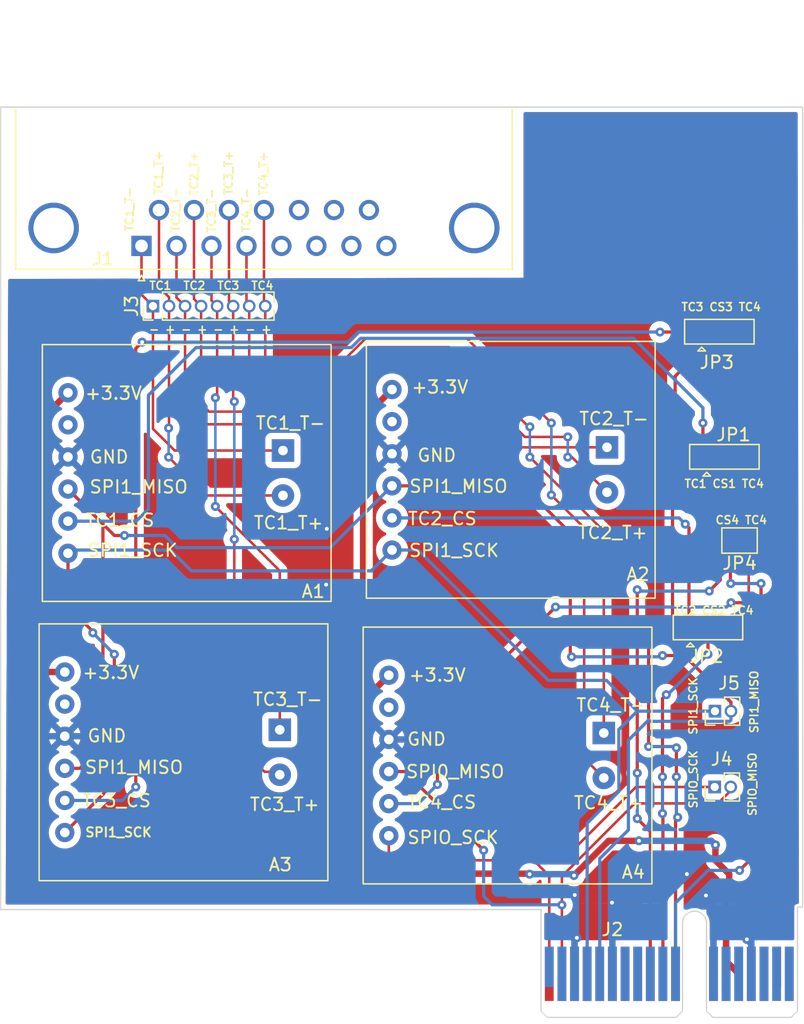
<source format=kicad_pcb>
(kicad_pcb (version 20221018) (generator pcbnew)
  (layers (0 "F.Cu" signal) (31 "B.Cu" signal) (34 "B.Paste" user) (35 "F.Paste" user) (36 "B.SilkS" user "B.Silkscreen") (37 "F.SilkS" user "F.Silkscreen") (38 "B.Mask" user) (39 "F.Mask" user) (44 "Edge.Cuts" user))
  (net 0 "")
  (net 1 "GND")
  (net 2 "/TC1_T-")
  (net 3 "/TC1_T+")
  (net 4 "+3.3V")
  (net 5 "/SPI1_SCK")
  (net 6 "/TC1_CS")
  (net 7 "/SPI1_MISO")
  (net 9 "/TC2_T-")
  (net 10 "/TC2_T+")
  (net 11 "/TC2_CS")
  (net 13 "/TC3_T-")
  (net 14 "/TC3_T+")
  (net 15 "/TC3_CS")
  (net 17 "/TC4_T-")
  (net 18 "/TC4_T+")
  (net 19 "/SPI0_SCK")
  (net 20 "/TC4_CS")
  (net 21 "/SPI0_MISO")
  (net 30 "/CS1")
  (net 31 "/CS2")
  (net 32 "/CS3")
  (net 33 "/CS4")
  (footprint "Connector_PCBEdge:BUS_PCIexpress_x1" (layer "F.Cu") (at 145.034 106.68)
    (fp_text reference "J2")
    (fp_text value "PCIE-LP-01-01-F-DV-A-TR")
    (fp_line (start -0.65 -4.95) (end -0.65 2.95) (stroke (width 0.1)) (layer "Edge.Cuts"))
    (fp_line (start -0.65 2.95) (end -0.15 3.45) (stroke (width 0.1)) (layer "Edge.Cuts"))
    (fp_line (start -0.15 3.45) (end 10.05 3.45) (stroke (width 0.1)) (layer "Edge.Cuts"))
    (fp_line (start 10.55 -4) (end 10.55 2.95) (stroke (width 0.1)) (layer "Edge.Cuts"))
    (fp_line (start 10.55 2.95) (end 10.05 3.45) (stroke (width 0.1)) (layer "Edge.Cuts"))
    (fp_line (start 12.45 -4) (end 12.45 2.95) (stroke (width 0.1)) (layer "Edge.Cuts"))
    (fp_line (start 12.45 2.95) (end 12.95 3.45) (stroke (width 0.1)) (layer "Edge.Cuts"))
    (fp_line (start 12.95 3.45) (end 19.15 3.45) (stroke (width 0.1)) (layer "Edge.Cuts"))
    (fp_line (start 19.65 -4.95) (end 19.65 2.95) (stroke (width 0.1)) (layer "Edge.Cuts"))
    (fp_line (start 19.65 2.95) (end 19.15 3.45) (stroke (width 0.1)) (layer "Edge.Cuts"))
    (fp_arc (start 10.55 -4) (mid 11.5 -4.95) (end 12.45 -4) (stroke (width 0.1)) (layer "Edge.Cuts"))
  )
  (footprint "Jumper:SolderJumper-3_P2.0mm_Open_TrianglePad1.0x1.5mm" (layer "F.Cu") (at 157.6 79.3)
    (fp_text reference "JP2")
    (fp_text value "SolderJumper_3_Open")
  )
  (footprint "DSUB_622-015-260-042:DSUB_622-015-260-042" (layer "F.Cu") (at 112.753 49.086331 180)
    (fp_text reference "J1")
    (fp_text value "DB15_Female")
  )
  (footprint "Jumper:SolderJumper-3_P2.0mm_Open_TrianglePad1.0x1.5mm" (layer "F.Cu") (at 158.9 65.8)
    (fp_text reference "JP1")
    (fp_text value "SolderJumper_3_Open")
  )
  (footprint "Jumper:SolderJumper-3_P2.0mm_Open_TrianglePad1.0x1.5mm" (layer "F.Cu") (at 158.5 55.9)
    (fp_text reference "JP3")
    (fp_text value "SolderJumper_3_Open")
  )
  (footprint "Jumper:SolderJumper-2_P1.3mm_Open_TrianglePad1.0x1.5mm" (layer "F.Cu") (at 160.1 72.4 180)
    (fp_text reference "JP4")
    (fp_text value "SolderJumper_2_Open")
  )
  (footprint "MAX31855_Breakout:MAX31855_Breakout" (layer "F.Cu") (at 141.986 66.802 -90)
    (fp_text reference "A2")
    (fp_text value "MAX31855_Breakout")
  )
  (footprint "Connector_PinHeader_1.27mm:PinHeader_1x08_P1.27mm_Vertical" (layer "F.Cu") (at 113.66 53.848 90)
    (fp_text reference "J3")
    (fp_text value "Conn_01x08_Male")
  )
  (footprint "Connector_PinHeader_1.27mm:PinHeader_1x02_P1.27mm_Vertical" (layer "F.Cu") (at 158.13 91.9 90)
    (fp_text reference "J4")
    (fp_text value "Conn_01x02_Male")
  )
  (footprint "MAX31855_Breakout:MAX31855_Breakout" (layer "F.Cu") (at 116.332 67.056 -90)
    (fp_text reference "A1")
    (fp_text value "MAX31855_Breakout")
  )
  (footprint "MAX31855_Breakout:MAX31855_Breakout" (layer "F.Cu") (at 116.078 89.154 -90)
    (fp_text reference "A3")
    (fp_text value "MAX31855_Breakout")
  )
  (footprint "Connector_PinHeader_1.27mm:PinHeader_1x02_P1.27mm_Vertical" (layer "F.Cu") (at 158.15 85.9 90)
    (fp_text reference "J5")
    (fp_text value "Conn_01x02_Male")
  )
  (footprint "MAX31855_Breakout:MAX31855_Breakout" (layer "F.Cu") (at 141.732 89.408 -90)
    (fp_text reference "A4")
    (fp_text value "MAX31855_Breakout")
  )
  (gr_line (start 101.6 38.1) (end 101.6 101.6) (stroke (width 0.1)) (layer "Edge.Cuts"))
  (gr_line (start 101.6 101.6) (end 144.4 101.6) (stroke (width 0.1)) (layer "Edge.Cuts"))
  (gr_line (start 165.1 101.4) (end 165.1 38.1) (stroke (width 0.1)) (layer "Edge.Cuts"))
  (gr_line (start 164.69 101.41) (end 165.1 101.4) (stroke (width 0.1)) (layer "Edge.Cuts"))
  (gr_line (start 165.1 38.1) (end 101.6 38.1) (stroke (width 0.1)) (layer "Edge.Cuts"))
  (gr_line (start 144.4 101.6) (end 144.384 101.73) (stroke (width 0.1)) (layer "Edge.Cuts"))
  (gr_line (start 164.684 101.73) (end 164.69 101.41) (stroke (width 0.1)) (layer "Edge.Cuts"))
  (gr_text "GND" (at 133.7 88.7) (layer "F.SilkS") (effects (font (size 1 1)) (justify left bottom)))
  (gr_text "TC3_T+" (at 120.02 45.13 90) (layer "F.SilkS") (effects (font (size 0.635 0.635) (thickness 0.127) bold) (justify left bottom)))
  (gr_text "TC1_T-\n" (at 121.71 63.69) (layer "F.SilkS") (effects (font (size 1 1)) (justify left bottom)))
  (gr_text "TC2_T-" (at 147.32 63.34) (layer "F.SilkS") (effects (font (size 1 1)) (justify left bottom)))
  (gr_text "SPI1_MISO" (at 161.63 87.71 90) (layer "F.SilkS") (effects (font (size 0.635 0.635) (thickness 0.127) bold) (justify left bottom)))
  (gr_text "TC2 CS2 TC4" (at 154.85 78.3) (layer "F.SilkS") (effects (font (size 0.635 0.635) (thickness 0.127) bold) (justify left bottom)))
  (gr_text "TC3_T-" (at 121.49 85.55) (layer "F.SilkS") (effects (font (size 1 1)) (justify left bottom)))
  (gr_text "TC1_T+" (at 121.56 71.58) (layer "F.SilkS") (effects (font (size 1 1)) (justify left bottom)))
  (gr_text "TC4_CS" (at 133.72 93.69) (layer "F.SilkS") (effects (font (size 1 1)) (justify left bottom)))
  (gr_text "TC2_CS" (at 133.76 71.25) (layer "F.SilkS") (effects (font (size 1 1)) (justify left bottom)))
  (gr_text "SPIO_MISO" (at 161.49 94.26 90) (layer "F.SilkS") (effects (font (size 0.635 0.635) (thickness 0.127) bold) (justify left bottom)))
  (gr_text "TC1_CS" (at 108.24 71.38) (layer "F.SilkS") (effects (font (size 1 1)) (justify left bottom)))
  (gr_text "+3.3V" (at 134.04 60.84) (layer "F.SilkS") (effects (font (size 1 1)) (justify left bottom)))
  (gr_text "SPI0_MISO\n" (at 133.61 91.27) (layer "F.SilkS") (effects (font (size 1 1)) (justify left bottom)))
  (gr_text "TC3_T+\n" (at 121.25 93.86) (layer "F.SilkS") (effects (font (size 1 1)) (justify left bottom)))
  (gr_text "TC1_T-\n" (at 112.17 48.01 90) (layer "F.SilkS") (effects (font (size 0.635 0.635) (thickness 0.127) bold) (justify left bottom)))
  (gr_text "TC4_T+" (at 146.9 93.74) (layer "F.SilkS") (effects (font (size 1 1)) (justify left bottom)))
  (gr_text "GND" (at 134.51 66.24) (layer "F.SilkS") (effects (font (size 1 1)) (justify left bottom)))
  (gr_text "TC3_T-" (at 118.67 48.11 90) (layer "F.SilkS") (effects (font (size 0.635 0.635) (thickness 0.127) bold) (justify left bottom)))
  (gr_text "- + - + - + - +" (at 113.275 56.125) (layer "F.SilkS") (effects (font (size 0.762 0.635) (thickness 0.127) bold) (justify left bottom)))
  (gr_text "TC1_T+" (at 114.48 45.11 90) (layer "F.SilkS") (effects (font (size 0.635 0.635) (thickness 0.127) bold) (justify left bottom)))
  (gr_text "SPI1_MISO" (at 108.55 68.74) (layer "F.SilkS") (effects (font (size 1 1)) (justify left bottom)))
  (gr_text "TC4_T-\n" (at 147.09 86) (layer "F.SilkS") (effects (font (size 1 1)) (justify left bottom)))
  (gr_text "TC3_CS" (at 107.96 93.57) (layer "F.SilkS") (effects (font (size 1 1)) (justify left bottom)))
  (gr_text "SPIO_SCK" (at 133.72 96.48) (layer "F.SilkS") (effects (font (size 1 1)) (justify left bottom)))
  (gr_text "+3.3V" (at 108.2 61.33) (layer "F.SilkS") (effects (font (size 1 1)) (justify left bottom)))
  (gr_text "+3.3V" (at 133.84 83.63) (layer "F.SilkS") (effects (font (size 1 1)) (justify left bottom)))
  (gr_text "TC3 CS3 TC4" (at 155.43 54.29) (layer "F.SilkS") (effects (font (size 0.635 0.635) (thickness 0.127) bold) (justify left bottom)))
  (gr_text "TC1  TC2  TC3  TC4" (at 113.3 52.6) (layer "F.SilkS") (effects (font (size 0.635 0.635) (thickness 0.127) bold) (justify left bottom)))
  (gr_text "CS4 TC4" (at 158.125 71.15) (layer "F.SilkS") (effects (font (size 0.635 0.635) (thickness 0.127) bold) (justify left bottom)))
  (gr_text "SPI1_SCK" (at 108.4 73.76) (layer "F.SilkS") (effects (font (size 1 1)) (justify left bottom)))
  (gr_text "TC4_T+" (at 122.77 45.19 90) (layer "F.SilkS") (effects (font (size 0.635 0.635) (thickness 0.127) bold) (justify left bottom)))
  (gr_text "TC2_T-" (at 115.84 48.06 90) (layer "F.SilkS") (effects (font (size 0.635 0.635) (thickness 0.127) bold) (justify left bottom)))
  (gr_text "TC4_T-" (at 121.42 48.08 90) (layer "F.SilkS") (effects (font (size 0.635 0.635) (thickness 0.127) bold) (justify left bottom)))
  (gr_text "SPIO_SCK\n" (at 156.81 93.66 90) (layer "F.SilkS") (effects (font (size 0.635 0.635) (thickness 0.127) bold) (justify left bottom)))
  (gr_text "SPI1_MISO" (at 108.18 90.93) (layer "F.SilkS") (effects (font (size 1 1)) (justify left bottom)))
  (gr_text "GND" (at 108.57 66.37) (layer "F.SilkS") (effects (font (size 1 1)) (justify left bottom)))
  (gr_text "TC2_T+" (at 117.28 45.18 90) (layer "F.SilkS") (effects (font (size 0.635 0.635) (thickness 0.127) bold) (justify left bottom)))
  (gr_text "SPI1_SCK" (at 156.8 87.83 90) (layer "F.SilkS") (effects (font (size 0.635 0.635) (thickness 0.127) bold) (justify left bottom)))
  (gr_text "GND" (at 108.39 88.44) (layer "F.SilkS") (effects (font (size 1 1)) (justify left bottom)))
  (gr_text "SPI1_SCK\n" (at 133.85 73.77) (layer "F.SilkS") (effects (font (size 1 1)) (justify left bottom)))
  (gr_text "+3.3V" (at 107.99 83.43) (layer "F.SilkS") (effects (font (size 1 1)) (justify left bottom)))
  (gr_text "TC2_T+" (at 147.22 72.35) (layer "F.SilkS") (effects (font (size 1 1)) (justify left bottom)))
  (gr_text "SPI1_MISO\n" (at 133.87 68.69) (layer "F.SilkS") (effects (font (size 1 1)) (justify left bottom)))
  (gr_text "SPI1_SCK" (at 108.22 95.92) (layer "F.SilkS") (effects (font (size 0.7366 0.7366) (thickness 0.14986) bold) (justify left bottom)))
  (gr_text "TC1 CS1 TC4" (at 155.675 68.275) (layer "F.SilkS") (effects (font (size 0.635 0.635) (thickness 0.127) bold) (justify left bottom)))
  (segment (start 147.034 106.68) (end 147.034 104.022) (width 0.508) (layer "F.Cu") (net 1))
  (segment (start 150.003 101.053) (end 151.12 99.936) (width 0.508) (layer "F.Cu") (net 1))
  (segment (start 157.44 100.49) (end 157.44 100.3) (width 0.508) (layer "F.Cu") (net 1))
  (segment (start 161.034 106.68) (end 161.034 104.3164) (width 0.508) (layer "F.Cu") (net 1))
  (segment (start 147.218 100.618) (end 147.05 100.45) (width 0.508) (layer "F.Cu") (net 1))
  (segment (start 161.034 104.3164) (end 160.6788 103.9612) (width 0.508) (layer "F.Cu") (net 1))
  (segment (start 158.034 101.084) (end 157.44 100.49) (width 0.508) (layer "F.Cu") (net 1))
  (segment (start 127.42 75.84) (end 127.37 75.89) (width 0.508) (layer "F.Cu") (net 1))
  (segment (start 127.42 71.47) (end 127.42 75.84) (width 0.508) (layer "F.Cu") (net 1))
  (segment (start 147.218 103.838) (end 147.218 100.618) (width 0.508) (layer "F.Cu") (net 1))
  (segment (start 157.44 100.3) (end 155.93 98.79) (width 0.508) (layer "F.Cu") (net 1))
  (segment (start 147.034 104.022) (end 147.218 103.838) (width 0.508) (layer "F.Cu") (net 1))
  (segment (start 158.034 106.68) (end 158.034 101.084) (width 0.508) (layer "F.Cu") (net 1))
  (segment (start 147.218 103.838) (end 150.003 101.053) (width 0.508) (layer "F.Cu") (net 1))
  (via (at 127.42 71.47) (size 0.7112) (drill 0.3048) (layers "F.Cu" "B.Cu") (net 1))
  (via (at 157.44 100.49) (size 0.7112) (drill 0.3048) (layers "F.Cu" "B.Cu") (net 1))
  (via (at 155.93 98.79) (size 0.7112) (drill 0.3048) (layers "F.Cu" "B.Cu") (net 1))
  (via (at 160.6788 103.9612) (size 0.7112) (drill 0.3048) (layers "F.Cu" "B.Cu") (net 1))
  (via (at 147.218 103.838) (size 0.7112) (drill 0.3048) (layers "F.Cu" "B.Cu") (net 1))
  (via (at 127.37 75.89) (size 0.7112) (drill 0.3048) (layers "F.Cu" "B.Cu") (net 1))
  (via (at 150.003 101.053) (size 0.7112) (drill 0.3048) (layers "F.Cu" "B.Cu") (net 1))
  (via (at 147.05 100.45) (size 0.7112) (drill 0.3048) (layers "F.Cu" "B.Cu") (net 1))
  (segment (start 150.034 101.084) (end 150.003 101.053) (width 0.508) (layer "B.Cu") (net 1))
  (segment (start 128.085 83.89) (end 132.333 88.138) (width 0.508) (layer "B.Cu") (net 1))
  (segment (start 134.298 88.138) (end 132.333 88.138) (width 0.508) (layer "B.Cu") (net 1))
  (segment (start 147.034 104.022) (end 147.218 103.838) (width 0.508) (layer "B.Cu") (net 1))
  (segment (start 118.62 83.89) (end 127.68 83.89) (width 0.508) (layer "B.Cu") (net 1))
  (segment (start 152.266 98.79) (end 150.003 101.053) (width 0.508) (layer "B.Cu") (net 1))
  (segment (start 161.034 104.3164) (end 160.6788 103.9612) (width 0.508) (layer "B.Cu") (net 1))
  (segment (start 141.85 100.45) (end 141.36 99.96) (width 0.508) (layer "B.Cu") (net 1))
  (segment (start 127.42 70.699) (end 127.42 71.47) (width 0.508) (layer "B.Cu") (net 1))
  (segment (start 158.034 101.084) (end 157.44 100.49) (width 0.508) (layer "B.Cu") (net 1))
  (segment (start 147.05 100.45) (end 141.85 100.45) (width 0.508) (layer "B.Cu") (net 1))
  (segment (start 106.933 65.786) (end 103.91 68.809) (width 0.508) (layer "B.Cu") (net 1))
  (segment (start 158.034 101.3164) (end 158.034 101.084) (width 0.508) (layer "B.Cu") (net 1))
  (segment (start 127.68 83.89) (end 128.085 83.89) (width 0.508) (layer "B.Cu") (net 1))
  (segment (start 158.034 106.68) (end 158.034 101.084) (width 0.508) (layer "B.Cu") (net 1))
  (segment (start 160.6788 103.9612) (end 158.034 101.3164) (width 0.508) (layer "B.Cu") (net 1))
  (segment (start 161.034 106.68) (end 161.034 104.3164) (width 0.508) (layer "B.Cu") (net 1))
  (segment (start 141.36 95.2) (end 134.298 88.138) (width 0.508) (layer "B.Cu") (net 1))
  (segment (start 127.37 83.58) (end 127.68 83.89) (width 0.508) (layer "B.Cu") (net 1))
  (segment (start 106.679 87.884) (end 114.626 87.884) (width 0.508) (layer "B.Cu") (net 1))
  (segment (start 127.37 75.89) (end 127.37 83.58) (width 0.508) (layer "B.Cu") (net 1))
  (segment (start 103.91 87.11) (end 104.684 87.884) (width 0.508) (layer "B.Cu") (net 1))
  (segment (start 141.36 99.96) (end 141.36 95.2) (width 0.508) (layer "B.Cu") (net 1))
  (segment (start 103.91 68.809) (end 103.91 87.11) (width 0.508) (layer "B.Cu") (net 1))
  (segment (start 104.684 87.884) (end 106.679 87.884) (width 0.508) (layer "B.Cu") (net 1))
  (segment (start 132.587 65.532) (end 127.42 70.699) (width 0.508) (layer "B.Cu") (net 1))
  (segment (start 155.93 98.79) (end 152.266 98.79) (width 0.508) (layer "B.Cu") (net 1))
  (segment (start 114.626 87.884) (end 118.62 83.89) (width 0.508) (layer "B.Cu") (net 1))
  (segment (start 147.034 106.68) (end 147.034 104.022) (width 0.508) (layer "B.Cu") (net 1))
  (segment (start 150.034 106.68) (end 150.034 101.084) (width 0.508) (layer "B.Cu") (net 1))
  (segment (start 113.66 53.848) (end 113.66 63.56) (width 0.2) (layer "F.Cu") (net 2))
  (segment (start 115.37746 65.27746) (end 123.95326 65.27746) (width 0.2) (layer "F.Cu") (net 2))
  (segment (start 112.753 49.086331) (end 112.753 52.941) (width 0.2) (layer "F.Cu") (net 2))
  (segment (start 113.66 63.56) (end 115.37746 65.27746) (width 0.2) (layer "F.Cu") (net 2))
  (segment (start 112.753 52.941) (end 113.66 53.848) (width 0.2) (layer "F.Cu") (net 2))
  (segment (start 114.93 53.848) (end 114.93 63.47) (width 0.2) (layer "F.Cu") (net 3))
  (segment (start 114.138 52.348894) (end 114.93 53.140894) (width 0.2) (layer "F.Cu") (net 3))
  (segment (start 117.93346 68.83346) (end 123.95326 68.83346) (width 0.2) (layer "F.Cu") (net 3))
  (segment (start 114.9 65.8) (end 117.93346 68.83346) (width 0.2) (layer "F.Cu") (net 3))
  (segment (start 114.93 63.47) (end 114.9 63.5) (width 0.2) (layer "F.Cu") (net 3))
  (segment (start 114.138 46.246331) (end 114.138 52.348894) (width 0.2) (layer "F.Cu") (net 3))
  (segment (start 114.93 53.140894) (end 114.93 53.848) (width 0.2) (layer "F.Cu") (net 3))
  (via (at 114.9 63.5) (size 0.7112) (drill 0.3048) (layers "F.Cu" "B.Cu") (net 3))
  (via (at 114.9 65.8) (size 0.7112) (drill 0.3048) (layers "F.Cu" "B.Cu") (net 3))
  (segment (start 114.9 63.5) (end 114.9 65.8) (width 0.2) (layer "B.Cu") (net 3))
  (segment (start 104.3 82.1) (end 105.004 82.804) (width 0.508) (layer "F.Cu") (net 4))
  (segment (start 130.3 98.76) (end 143.44 98.76) (width 0.508) (layer "F.Cu") (net 4))
  (segment (start 130.3 98.76) (end 130.3 85.091) (width 0.508) (layer "F.Cu") (net 4))
  (segment (start 158.19 97.703552) (end 159.288224 98.801776) (width 0.508) (layer "F.Cu") (net 4))
  (segment (start 104.3 98.9) (end 105 99.6) (width 0.508) (layer "F.Cu") (net 4))
  (segment (start 146.99366 98.90366) (end 149.73732 96.16) (width 0.508) (layer "F.Cu") (net 4))
  (segment (start 132.587 60.452) (end 130.3 62.739) (width 0.508) (layer "F.Cu") (net 4))
  (segment (start 159.034 106.68) (end 159.034 102.65) (width 0.508) (layer "F.Cu") (net 4))
  (segment (start 159.28 100.78) (end 159.28 98.81) (width 0.508) (layer "F.Cu") (net 4))
  (segment (start 159.034 102.65) (end 159.034 101.026) (width 0.508) (layer "F.Cu") (net 4))
  (segment (start 106.933 60.706) (end 104.3 63.339) (width 0.508) (layer "F.Cu") (net 4))
  (segment (start 105 99.6) (end 129.8 99.6) (width 0.508) (layer "F.Cu") (net 4))
  (segment (start 149.73732 96.16) (end 152.14 96.16) (width 0.508) (layer "F.Cu") (net 4))
  (segment (start 159.034 105.68) (end 159.034 102.65) (width 0.508) (layer "F.Cu") (net 4))
  (segment (start 158.19 96.48) (end 158.19 97.703552) (width 0.508) (layer "F.Cu") (net 4))
  (segment (start 104.3 82.1) (end 104.3 98.9) (width 0.508) (layer "F.Cu") (net 4))
  (segment (start 160.034 106.68) (end 159.034 105.68) (width 0.508) (layer "F.Cu") (net 4))
  (segment (start 130.3 99.1) (end 130.3 98.76) (width 0.508) (layer "F.Cu") (net 4))
  (segment (start 130.3 85.091) (end 132.333 83.058) (width 0.508) (layer "F.Cu") (net 4))
  (segment (start 143.44 98.76) (end 143.48 98.8) (width 0.508) (layer "F.Cu") (net 4))
  (segment (start 105.004 82.804) (end 106.679 82.804) (width 0.508) (layer "F.Cu") (net 4))
  (segment (start 104.3 63.339) (end 104.3 82.1) (width 0.508) (layer "F.Cu") (net 4))
  (segment (start 159.034 101.026) (end 159.28 100.78) (width 0.508) (layer "F.Cu") (net 4))
  (segment (start 129.8 99.6) (end 130.3 99.1) (width 0.508) (layer "F.Cu") (net 4))
  (segment (start 130.3 62.739) (end 130.3 85.091) (width 0.508) (layer "F.Cu") (net 4))
  (segment (start 159.28 98.81) (end 159.288224 98.801776) (width 0.508) (layer "F.Cu") (net 4))
  (via (at 143.48 98.8) (size 0.7112) (drill 0.3048) (layers "F.Cu" "B.Cu") (net 4))
  (via (at 158.19 96.48) (size 0.7112) (drill 0.3048) (layers "F.Cu" "B.Cu") (net 4))
  (via (at 152.14 96.16) (size 0.7112) (drill 0.3048) (layers "F.Cu" "B.Cu") (net 4))
  (via (at 146.99366 98.90366) (size 0.7112) (drill 0.3048) (layers "F.Cu" "B.Cu") (net 4))
  (segment (start 143.48 98.8) (end 146.89 98.8) (width 0.508) (layer "B.Cu") (net 4))
  (segment (start 146.89 98.8) (end 146.99366 98.90366) (width 0.508) (layer "B.Cu") (net 4))
  (segment (start 157.87 96.16) (end 158.19 96.48) (width 0.508) (layer "B.Cu") (net 4))
  (segment (start 152.14 96.16) (end 157.87 96.16) (width 0.508) (layer "B.Cu") (net 4))
  (segment (start 108.9 79.6) (end 108.9 79.7) (width 0.254) (layer "F.Cu") (net 5))
  (segment (start 106.933 73.406) (end 106.933 77.633) (width 0.254) (layer "F.Cu") (net 5))
  (segment (start 108.7 79.4) (end 108.9 79.6) (width 0.254) (layer "F.Cu") (net 5))
  (segment (start 110.6 81.4) (end 110.6 91.583) (width 0.254) (layer "F.Cu") (net 5))
  (segment (start 110.6 91.583) (end 106.679 95.504) (width 0.254) (layer "F.Cu") (net 5))
  (segment (start 106.933 77.633) (end 108.7 79.4) (width 0.254) (layer "F.Cu") (net 5))
  (via (at 108.9 79.7) (size 0.7112) (drill 0.3048) (layers "F.Cu" "B.Cu") (net 5))
  (via (at 110.6 81.4) (size 0.7112) (drill 0.3048) (layers "F.Cu" "B.Cu") (net 5))
  (segment (start 116.7 74.8) (end 115.052 73.152) (width 0.254) (layer "B.Cu") (net 5))
  (segment (start 144.96 83.46) (end 149.56 83.46) (width 0.254) (layer "B.Cu") (net 5))
  (segment (start 132.587 73.152) (end 134.652 73.152) (width 0.254) (layer "B.Cu") (net 5))
  (segment (start 158.15 85.9) (end 152 85.9) (width 0.254) (layer "B.Cu") (net 5))
  (segment (start 149.56 83.46) (end 152 85.9) (width 0.254) (layer "B.Cu") (net 5))
  (segment (start 131 74.8) (end 131 74.739) (width 0.254) (layer "B.Cu") (net 5))
  (segment (start 131 74.739) (end 132.587 73.152) (width 0.254) (layer "B.Cu") (net 5))
  (segment (start 115.052 73.152) (end 107.187 73.152) (width 0.254) (layer "B.Cu") (net 5))
  (segment (start 148.034 94.766) (end 148.034 106.68) (width 0.254) (layer "B.Cu") (net 5))
  (segment (start 152 85.9) (end 150.54706 87.35294) (width 0.254) (layer "B.Cu") (net 5))
  (segment (start 116.7 74.8) (end 131 74.8) (width 0.254) (layer "B.Cu") (net 5))
  (segment (start 150.54706 92.25294) (end 148.034 94.766) (width 0.254) (layer "B.Cu") (net 5))
  (segment (start 107.187 73.152) (end 106.933 73.406) (width 0.254) (layer "B.Cu") (net 5))
  (segment (start 108.9 79.7) (end 110.6 81.4) (width 0.254) (layer "B.Cu") (net 5))
  (segment (start 150.54706 87.35294) (end 150.54706 92.25294) (width 0.254) (layer "B.Cu") (net 5))
  (segment (start 134.652 73.152) (end 144.96 83.46) (width 0.254) (layer "B.Cu") (net 5))
  (segment (start 157.2 63.1) (end 157.2 65.5) (width 0.254) (layer "F.Cu") (net 6))
  (via (at 157.2 63.1) (size 0.7112) (drill 0.3048) (layers "F.Cu" "B.Cu") (net 6))
  (segment (start 130.1 56.4) (end 151.7 56.4) (width 0.254) (layer "B.Cu") (net 6))
  (segment (start 152 56.7) (end 157.2 61.9) (width 0.254) (layer "B.Cu") (net 6))
  (segment (start 151.7 56.4) (end 152 56.7) (width 0.254) (layer "B.Cu") (net 6))
  (segment (start 157.2 61.9) (end 157.2 63.1) (width 0.254) (layer "B.Cu") (net 6))
  (segment (start 113.3 64.166053) (end 113.3 60.9) (width 0.254) (layer "B.Cu") (net 6))
  (segment (start 113.3 69.9) (end 113.3 64.166053) (width 0.254) (layer "B.Cu") (net 6))
  (segment (start 129.3682 57.1318) (end 130.1 56.4) (width 0.254) (layer "B.Cu") (net 6))
  (segment (start 106.933 70.866) (end 112.334 70.866) (width 0.254) (layer "B.Cu") (net 6))
  (segment (start 113.3 60.9) (end 117.0682 57.1318) (width 0.254) (layer "B.Cu") (net 6))
  (segment (start 112.334 70.866) (end 113.3 69.9) (width 0.254) (layer "B.Cu") (net 6))
  (segment (start 117.0682 57.1318) (end 129.3682 57.1318) (width 0.254) (layer "B.Cu") (net 6))
  (segment (start 106.933 68.326) (end 109.7 71.093) (width 0.254) (layer "F.Cu") (net 7))
  (segment (start 107.876 90.424) (end 106.679 90.424) (width 0.254) (layer "F.Cu") (net 7))
  (segment (start 142.972 68.072) (end 146.7 71.8) (width 0.254) (layer "F.Cu") (net 7))
  (segment (start 154 81.5) (end 155.727106 81.5) (width 0.254) (layer "F.Cu") (net 7))
  (segment (start 111.4 72) (end 110.607 72) (width 0.254) (layer "F.Cu") (net 7))
  (segment (start 159.42 85.192894) (end 159.42 85.9) (width 0.254) (layer "F.Cu") (net 7))
  (segment (start 155.727106 81.5) (end 159.42 85.192894) (width 0.254) (layer "F.Cu") (net 7))
  (segment (start 132.587 68.072) (end 142.972 68.072) (width 0.254) (layer "F.Cu") (net 7))
  (segment (start 146.7 81.5) (end 146.8 81.6) (width 0.254) (layer "F.Cu") (net 7))
  (segment (start 109.7 71.093) (end 109.7 88.6) (width 0.254) (layer "F.Cu") (net 7))
  (segment (start 146.7 71.8) (end 146.7 81.5) (width 0.254) (layer "F.Cu") (net 7))
  (segment (start 109.7 88.6) (end 107.876 90.424) (width 0.254) (layer "F.Cu") (net 7))
  (segment (start 110.607 72) (end 106.933 68.326) (width 0.254) (layer "F.Cu") (net 7))
  (via (at 146.8 81.6) (size 0.7112) (drill 0.3048) (layers "F.Cu" "B.Cu") (net 7))
  (via (at 111.4 72) (size 0.7112) (drill 0.3048) (layers "F.Cu" "B.Cu") (net 7))
  (via (at 154 81.5) (size 0.7112) (drill 0.3048) (layers "F.Cu" "B.Cu") (net 7))
  (segment (start 149.034 97.566) (end 149.034 106.68) (width 0.254) (layer "B.Cu") (net 7))
  (segment (start 114.6 72) (end 111.4 72) (width 0.254) (layer "B.Cu") (net 7))
  (segment (start 146.8 81.6) (end 153.9 81.6) (width 0.254) (layer "B.Cu") (net 7))
  (segment (start 151.3 95.3) (end 149.034 97.566) (width 0.254) (layer "B.Cu") (net 7))
  (segment (start 159.42 86.607106) (end 159.322306 86.7048) (width 0.254) (layer "B.Cu") (net 7))
  (segment (start 127.6986 72.9604) (end 115.5604 72.9604) (width 0.254) (layer "B.Cu") (net 7))
  (segment (start 152.9 86.6) (end 151.3 88.2) (width 0.254) (layer "B.Cu") (net 7))
  (segment (start 151.3 88.2) (end 151.3 95.3) (width 0.254) (layer "B.Cu") (net 7))
  (segment (start 153.9 81.6) (end 154 81.5) (width 0.254) (layer "B.Cu") (net 7))
  (segment (start 115.5604 72.9604) (end 114.6 72) (width 0.254) (layer "B.Cu") (net 7))
  (segment (start 159.322306 86.7048) (end 153.0048 86.7048) (width 0.254) (layer "B.Cu") (net 7))
  (segment (start 159.42 85.9) (end 159.42 86.607106) (width 0.254) (layer "B.Cu") (net 7))
  (segment (start 153.0048 86.7048) (end 152.9 86.6) (width 0.254) (layer "B.Cu") (net 7))
  (segment (start 132.587 68.072) (end 127.6986 72.9604) (width 0.254) (layer "B.Cu") (net 7))
  (segment (start 142.62346 65.02346) (end 149.60726 65.02346) (width 0.2) (layer "F.Cu") (net 9))
  (segment (start 116.2 62.3) (end 117.1 63.2) (width 0.2) (layer "F.Cu") (net 9))
  (segment (start 116.2 53.848) (end 116.2 62.3) (width 0.2) (layer "F.Cu") (net 9))
  (segment (start 136.2 58.6) (end 142.62346 65.02346) (width 0.2) (layer "F.Cu") (net 9))
  (segment (start 115.523 49.086331) (end 115.523 53.171) (width 0.2) (layer "F.Cu") (net 9))
  (segment (start 115.523 53.171) (end 116.2 53.848) (width 0.2) (layer "F.Cu") (net 9))
  (segment (start 131.3 58.6) (end 136.2 58.6) (width 0.2) (layer "F.Cu") (net 9))
  (segment (start 117.1 63.2) (end 126.7 63.2) (width 0.2) (layer "F.Cu") (net 9))
  (segment (start 126.7 63.2) (end 131.3 58.6) (width 0.2) (layer "F.Cu") (net 9))
  (segment (start 117.47 53.848) (end 117.47 61.57) (width 0.2) (layer "F.Cu") (net 10))
  (segment (start 136.8 57.9) (end 143.1 64.2) (width 0.2) (layer "F.Cu") (net 10))
  (segment (start 146.8278 65.8) (end 149.60726 68.57946) (width 0.2) (layer "F.Cu") (net 10))
  (segment (start 126.6 62.2) (end 130.9 57.9) (width 0.2) (layer "F.Cu") (net 10))
  (segment (start 130.9 57.9) (end 136.3 57.9) (width 0.2) (layer "F.Cu") (net 10))
  (segment (start 136.3 57.9) (end 136.8 57.9) (width 0.2) (layer "F.Cu") (net 10))
  (segment (start 117.47 61.57) (end 118.1 62.2) (width 0.2) (layer "F.Cu") (net 10))
  (segment (start 116.908 53.286) (end 117.47 53.848) (width 0.2) (layer "F.Cu") (net 10))
  (segment (start 146.5 65.8) (end 146.8278 65.8) (width 0.2) (layer "F.Cu") (net 10))
  (segment (start 118.1 62.2) (end 126.6 62.2) (width 0.2) (layer "F.Cu") (net 10))
  (segment (start 116.908 46.246331) (end 116.908 53.286) (width 0.2) (layer "F.Cu") (net 10))
  (segment (start 143.1 64.2) (end 146.5 64.2) (width 0.2) (layer "F.Cu") (net 10))
  (via (at 146.5 64.2) (size 0.7112) (drill 0.3048) (layers "F.Cu" "B.Cu") (net 10))
  (via (at 146.5 65.8) (size 0.7112) (drill 0.3048) (layers "F.Cu" "B.Cu") (net 10))
  (segment (start 146.5 64.2) (end 146.5 65.8) (width 0.2) (layer "B.Cu") (net 10))
  (segment (start 156.0952 78.8048) (end 155.6 79.3) (width 0.254) (layer "F.Cu") (net 11))
  (segment (start 155.8 71.1) (end 156.0952 71.3952) (width 0.254) (layer "F.Cu") (net 11))
  (segment (start 156.0952 71.3952) (end 156.0952 78.8048) (width 0.254) (layer "F.Cu") (net 11))
  (via (at 155.8 71.1) (size 0.7112) (drill 0.3048) (layers "F.Cu" "B.Cu") (net 11))
  (segment (start 132.587 70.612) (end 155.312 70.612) (width 0.254) (layer "B.Cu") (net 11))
  (segment (start 155.312 70.612) (end 155.8 71.1) (width 0.254) (layer "B.Cu") (net 11))
  (segment (start 118.293 49.086331) (end 118.293 53.401) (width 0.2) (layer "F.Cu") (net 13))
  (segment (start 123.69926 74.79926) (end 123.69926 87.37546) (width 0.2) (layer "F.Cu") (net 13))
  (segment (start 118.6 69.7) (end 123.69926 74.79926) (width 0.2) (layer "F.Cu") (net 13))
  (segment (start 118.74 53.848) (end 118.74 60.96) (width 0.2) (layer "F.Cu") (net 13))
  (segment (start 118.74 60.96) (end 118.6 61.1) (width 0.2) (layer "F.Cu") (net 13))
  (segment (start 118.293 53.401) (end 118.74 53.848) (width 0.2) (layer "F.Cu") (net 13))
  (via (at 118.6 61.1) (size 0.7112) (drill 0.3048) (layers "F.Cu" "B.Cu") (net 13))
  (via (at 118.6 69.7) (size 0.7112) (drill 0.3048) (layers "F.Cu" "B.Cu") (net 13))
  (segment (start 118.6 61.1) (end 118.6 69.7) (width 0.2) (layer "B.Cu") (net 13))
  (segment (start 119.678 53.516) (end 120.01 53.848) (width 0.2) (layer "F.Cu") (net 14))
  (segment (start 119.678 46.246331) (end 119.678 53.516) (width 0.2) (layer "F.Cu") (net 14))
  (segment (start 120.1 88.3) (end 122.5 90.7) (width 0.2) (layer "F.Cu") (net 14))
  (segment (start 122.5 90.7) (end 123.4678 90.7) (width 0.2) (layer "F.Cu") (net 14))
  (segment (start 120.1 72.3) (end 120.1 88.3) (width 0.2) (layer "F.Cu") (net 14))
  (segment (start 120.01 53.848) (end 120.01 61.31) (width 0.2) (layer "F.Cu") (net 14))
  (segment (start 120.01 61.31) (end 120.1 61.4) (width 0.2) (layer "F.Cu") (net 14))
  (segment (start 123.4678 90.7) (end 123.69926 90.93146) (width 0.2) (layer "F.Cu") (net 14))
  (via (at 120.1 61.4) (size 0.7112) (drill 0.3048) (layers "F.Cu" "B.Cu") (net 14))
  (via (at 120.1 72.3) (size 0.7112) (drill 0.3048) (layers "F.Cu" "B.Cu") (net 14))
  (segment (start 120.1 61.4) (end 120.1 72.3) (width 0.2) (layer "B.Cu") (net 14))
  (segment (start 153.8 55.9) (end 156.5 55.9) (width 0.254) (layer "F.Cu") (net 15))
  (segment (start 112.3 57.2) (end 112.8 56.7) (width 0.254) (layer "F.Cu") (net 15))
  (segment (start 112.3 91.9) (end 112.3 57.2) (width 0.254) (layer "F.Cu") (net 15))
  (via (at 153.8 55.9) (size 0.7112) (drill 0.3048) (layers "F.Cu" "B.Cu") (net 15))
  (via (at 112.8 56.7) (size 0.7112) (drill 0.3048) (layers "F.Cu" "B.Cu") (net 15))
  (via (at 112.3 91.9) (size 0.7112) (drill 0.3048) (layers "F.Cu" "B.Cu") (net 15))
  (segment (start 129.9 55.9) (end 153.8 55.9) (width 0.254) (layer "B.Cu") (net 15))
  (segment (start 112.8 56.7) (end 129.1 56.7) (width 0.254) (layer "B.Cu") (net 15))
  (segment (start 129.1 56.7) (end 129.9 55.9) (width 0.254) (layer "B.Cu") (net 15))
  (segment (start 111.236 92.964) (end 112.3 91.9) (width 0.254) (layer "B.Cu") (net 15))
  (segment (start 106.679 92.964) (end 111.236 92.964) (width 0.254) (layer "B.Cu") (net 15))
  (segment (start 121.28 53.848) (end 121.28 60.98) (width 0.2) (layer "F.Cu") (net 17))
  (segment (start 126.5 61.3) (end 130.7 57.1) (width 0.2) (layer "F.Cu") (net 17))
  (segment (start 130.7 57.1) (end 137.1 57.1) (width 0.2) (layer "F.Cu") (net 17))
  (segment (start 149.35326 71.65326) (end 149.35326 87.62946) (width 0.2) (layer "F.Cu") (net 17))
  (segment (start 121.28 60.98) (end 121.6 61.3) (width 0.2) (layer "F.Cu") (net 17))
  (segment (start 137.1 57.1) (end 143.4 63.4) (width 0.2) (layer "F.Cu") (net 17))
  (segment (start 121.063 53.631) (end 121.28 53.848) (width 0.2) (layer "F.Cu") (net 17))
  (segment (start 121.063 49.086331) (end 121.063 53.631) (width 0.2) (layer "F.Cu") (net 17))
  (segment (start 143.4 63.4) (end 143.5 63.4) (width 0.2) (layer "F.Cu") (net 17))
  (segment (start 121.6 61.3) (end 126.5 61.3) (width 0.2) (layer "F.Cu") (net 17))
  (segment (start 143.5 65.8) (end 149.35326 71.65326) (width 0.2) (layer "F.Cu") (net 17))
  (via (at 143.5 63.4) (size 0.7112) (drill 0.3048) (layers "F.Cu" "B.Cu") (net 17))
  (via (at 143.5 65.8) (size 0.7112) (drill 0.3048) (layers "F.Cu" "B.Cu") (net 17))
  (segment (start 143.5 63.4) (end 143.5 65.8) (width 0.2) (layer "B.Cu") (net 17))
  (segment (start 122.55 60.05) (end 123 60.5) (width 0.2) (layer "F.Cu") (net 18))
  (segment (start 122.448 46.246331) (end 122.448 53.746) (width 0.2) (layer "F.Cu") (net 18))
  (segment (start 145.2 68.8) (end 147.8 71.4) (width 0.2) (layer "F.Cu") (net 18))
  (segment (start 147.8 89.6322) (end 149.35326 91.18546) (width 0.2) (layer "F.Cu") (net 18))
  (segment (start 123 60.5) (end 126.4 60.5) (width 0.2) (layer "F.Cu") (net 18))
  (segment (start 122.55 53.848) (end 122.55 60.05) (width 0.2) (layer "F.Cu") (net 18))
  (segment (start 122.448 53.746) (end 122.55 53.848) (width 0.2) (layer "F.Cu") (net 18))
  (segment (start 147.8 71.4) (end 147.8 89.6322) (width 0.2) (layer "F.Cu") (net 18))
  (segment (start 138.5 56.4) (end 145.2 63.1) (width 0.2) (layer "F.Cu") (net 18))
  (segment (start 126.4 60.5) (end 130.5 56.4) (width 0.2) (layer "F.Cu") (net 18))
  (segment (start 130.5 56.4) (end 138.5 56.4) (width 0.2) (layer "F.Cu") (net 18))
  (via (at 145.2 63.1) (size 0.7112) (drill 0.3048) (layers "F.Cu" "B.Cu") (net 18))
  (via (at 145.2 68.8) (size 0.7112) (drill 0.3048) (layers "F.Cu" "B.Cu") (net 18))
  (segment (start 145.2 63.1) (end 145.2 68.8) (width 0.2) (layer "B.Cu") (net 18))
  (segment (start 143.8 97.7) (end 145.1 99) (width 0.2032) (layer "F.Cu") (net 19))
  (segment (start 145.034 99.066) (end 145.034 106.68) (width 0.2032) (layer "F.Cu") (net 19))
  (segment (start 132.6 97.7) (end 143.8 97.7) (width 0.2032) (layer "F.Cu") (net 19))
  (segment (start 146.1 97.7) (end 143.8 97.7) (width 0.2032) (layer "F.Cu") (net 19))
  (segment (start 145.1 99) (end 145.034 99.066) (width 0.2032) (layer "F.Cu") (net 19))
  (segment (start 158.13 91.9) (end 151.9 91.9) (width 0.2032) (layer "F.Cu") (net 19))
  (segment (start 151.9 91.9) (end 146.1 97.7) (width 0.2032) (layer "F.Cu") (net 19))
  (segment (start 132.333 97.433) (end 132.6 97.7) (width 0.2032) (layer "F.Cu") (net 19))
  (segment (start 132.333 95.758) (end 132.333 97.433) (width 0.2032) (layer "F.Cu") (net 19))
  (segment (start 160.285 77.32) (end 160.825 77.86) (width 0.254) (layer "F.Cu") (net 20))
  (segment (start 136.18 91.7) (end 136.18 87.01) (width 0.254) (layer "F.Cu") (net 20))
  (segment (start 159.42 77.32) (end 160.285 77.32) (width 0.254) (layer "F.Cu") (net 20))
  (segment (start 160.9 65.8) (end 160.9 72.325) (width 0.2032) (layer "F.Cu") (net 20))
  (segment (start 160.825 78.075) (end 159.6 79.3) (width 0.2032) (layer "F.Cu") (net 20))
  (segment (start 160.825 72.4) (end 160.825 77.86) (width 0.2032) (layer "F.Cu") (net 20))
  (segment (start 160.9 72.325) (end 160.825 72.4) (width 0.2032) (layer "F.Cu") (net 20))
  (segment (start 136.18 87.01) (end 145.53 77.66) (width 0.254) (layer "F.Cu") (net 20))
  (segment (start 160.825 77.86) (end 160.825 78.075) (width 0.2032) (layer "F.Cu") (net 20))
  (segment (start 160.5 65.4) (end 160.9 65.8) (width 0.2032) (layer "F.Cu") (net 20))
  (segment (start 160.5 55.9) (end 160.5 65.4) (width 0.2032) (layer "F.Cu") (net 20))
  (via (at 159.42 77.32) (size 0.7112) (drill 0.3048) (layers "F.Cu" "B.Cu") (net 20))
  (via (at 136.18 91.7) (size 0.7112) (drill 0.3048) (layers "F.Cu" "B.Cu") (net 20))
  (via (at 145.53 77.66) (size 0.7112) (drill 0.3048) (layers "F.Cu" "B.Cu") (net 20))
  (segment (start 159.08 77.66) (end 159.42 77.32) (width 0.254) (layer "B.Cu") (net 20))
  (segment (start 134.662 93.218) (end 136.18 91.7) (width 0.254) (layer "B.Cu") (net 20))
  (segment (start 145.53 77.66) (end 159.08 77.66) (width 0.254) (layer "B.Cu") (net 20))
  (segment (start 132.333 93.218) (end 134.662 93.218) (width 0.254) (layer "B.Cu") (net 20))
  (segment (start 146.034 98.966) (end 146.034 106.68) (width 0.2032) (layer "F.Cu") (net 21))
  (segment (start 158.3888 93.2) (end 151.8 93.2) (width 0.2032) (layer "F.Cu") (net 21))
  (segment (start 151.8 93.2) (end 146.034 98.966) (width 0.2032) (layer "F.Cu") (net 21))
  (segment (start 132.333 90.678) (end 133.608 90.678) (width 0.254) (layer "F.Cu") (net 21))
  (segment (start 159.4 91.9) (end 159.4 92.1888) (width 0.2032) (layer "F.Cu") (net 21))
  (segment (start 159.4 92.1888) (end 158.3888 93.2) (width 0.2032) (layer "F.Cu") (net 21))
  (segment (start 133.608 90.678) (end 139.84 96.91) (width 0.254) (layer "F.Cu") (net 21))
  (via (at 146.034 101.2369) (size 0.7112) (drill 0.3048) (layers "F.Cu" "B.Cu") (net 21))
  (via (at 139.84 96.91) (size 0.7112) (drill 0.3048) (layers "F.Cu" "B.Cu") (net 21))
  (segment (start 140.519 101.219) (end 146.0161 101.219) (width 0.254) (layer "B.Cu") (net 21))
  (segment (start 139.84 96.91) (end 139.84 100.54) (width 0.254) (layer "B.Cu") (net 21))
  (segment (start 146.0161 101.219) (end 146.034 101.2369) (width 0.254) (layer "B.Cu") (net 21))
  (segment (start 139.84 100.54) (end 140.519 101.219) (width 0.254) (layer "B.Cu") (net 21))
  (segment (start 158.9 65.8) (end 158.5702 66.1298) (width 0.254) (layer "F.Cu") (net 30))
  (segment (start 152 94.4) (end 153.034 95.434) (width 0.254) (layer "F.Cu") (net 30))
  (segment (start 158.5702 75.5298) (end 157.7 76.4) (width 0.254) (layer "F.Cu") (net 30))
  (segment (start 152 76.3) (end 152 90.8) (width 0.254) (layer "F.Cu") (net 30))
  (segment (start 153.034 95.434) (end 153.034 106.68) (width 0.254) (layer "F.Cu") (net 30))
  (segment (start 158.5702 66.1298) (end 158.5702 75.5298) (width 0.254) (layer "F.Cu") (net 30))
  (via (at 152 94.4) (size 0.7112) (drill 0.3048) (layers "F.Cu" "B.Cu") (net 30))
  (via (at 157.7 76.4) (size 0.7112) (drill 0.3048) (layers "F.Cu" "B.Cu") (net 30))
  (via (at 152 76.3) (size 0.7112) (drill 0.3048) (layers "F.Cu" "B.Cu") (net 30))
  (via (at 152 90.8) (size 0.7112) (drill 0.3048) (layers "F.Cu" "B.Cu") (net 30))
  (segment (start 157.7 76.4) (end 152.1 76.4) (width 0.254) (layer "B.Cu") (net 30))
  (segment (start 152.1 76.4) (end 152 76.3) (width 0.254) (layer "B.Cu") (net 30))
  (segment (start 152 90.8) (end 152 94.4) (width 0.254) (layer "B.Cu") (net 30))
  (segment (start 154 84.9) (end 154 91.1) (width 0.254) (layer "F.Cu") (net 31))
  (segment (start 157.6 79.3) (end 157.6 81.4) (width 0.254) (layer "F.Cu") (net 31))
  (segment (start 154.3 84.6) (end 154 84.9) (width 0.254) (layer "F.Cu") (net 31))
  (segment (start 154 94) (end 154.034 94.034) (width 0.254) (layer "F.Cu") (net 31))
  (segment (start 154.034 94.034) (end 154.034 106.68) (width 0.254) (layer "F.Cu") (net 31))
  (via (at 154 94) (size 0.7112) (drill 0.3048) (layers "F.Cu" "B.Cu") (net 31))
  (via (at 154 91.1) (size 0.7112) (drill 0.3048) (layers "F.Cu" "B.Cu") (net 31))
  (via (at 154.3 84.6) (size 0.7112) (drill 0.3048) (layers "F.Cu" "B.Cu") (net 31))
  (via (at 157.6 81.4) (size 0.7112) (drill 0.3048) (layers "F.Cu" "B.Cu") (net 31))
  (segment (start 157.6 81.4) (end 154.4 84.6) (width 0.254) (layer "B.Cu") (net 31))
  (segment (start 154.4 84.6) (end 154.3 84.6) (width 0.254) (layer "B.Cu") (net 31))
  (segment (start 154 91.1) (end 154 94) (width 0.254) (layer "B.Cu") (net 31))
  (segment (start 155.034 94.466) (end 155.034 106.68) (width 0.254) (layer "F.Cu") (net 32))
  (segment (start 158.5 55.9) (end 155 59.4) (width 0.254) (layer "F.Cu") (net 32))
  (segment (start 155 67.3) (end 154.7952 67.5048) (width 0.254) (layer "F.Cu") (net 32))
  (segment (start 154.7952 78.6048) (end 153.6 79.8) (width 0.254) (layer "F.Cu") (net 32))
  (segment (start 152.9 80.5) (end 152.9 88.7) (width 0.254) (layer "F.Cu") (net 32))
  (segment (start 154.7952 67.5048) (end 154.7952 78.6048) (width 0.254) (layer "F.Cu") (net 32))
  (segment (start 153.6 79.8) (end 152.9 80.5) (width 0.254) (layer "F.Cu") (net 32))
  (segment (start 155.1 88.8) (end 155.1 91.1) (width 0.254) (layer "F.Cu") (net 32))
  (segment (start 155 59.4) (end 155 67.3) (width 0.254) (layer "F.Cu") (net 32))
  (segment (start 155.2 94.3) (end 155.034 94.466) (width 0.254) (layer "F.Cu") (net 32))
  (via (at 155.2 94.3) (size 0.7112) (drill 0.3048) (layers "F.Cu" "B.Cu") (net 32))
  (via (at 155.1 88.8) (size 0.7112) (drill 0.3048) (layers "F.Cu" "B.Cu") (net 32))
  (via (at 152.9 88.7) (size 0.7112) (drill 0.3048) (layers "F.Cu" "B.Cu") (net 32))
  (via (at 155.1 91.1) (size 0.7112) (drill 0.3048) (layers "F.Cu" "B.Cu") (net 32))
  (segment (start 155 88.7) (end 155.1 88.8) (width 0.254) (layer "B.Cu") (net 32))
  (segment (start 155.1 94.2) (end 155.2 94.3) (width 0.254) (layer "B.Cu") (net 32))
  (segment (start 152.9 88.7) (end 155 88.7) (width 0.254) (layer "B.Cu") (net 32))
  (segment (start 155.1 91.1) (end 155.1 94.2) (width 0.254) (layer "B.Cu") (net 32))
  (segment (start 159.375 72.4) (end 159.375 75.775) (width 0.254) (layer "F.Cu") (net 33))
  (segment (start 161.8 92.3) (end 161.8 96.8) (width 0.254) (layer "F.Cu") (net 33))
  (segment (start 161.8 75.8) (end 161.8 92.3) (width 0.254) (layer "F.Cu") (net 33))
  (segment (start 161.8 96.8) (end 160.1 98.5) (width 0.254) (layer "F.Cu") (net 33))
  (segment (start 159.375 75.775) (end 159.4 75.8) (width 0.254) (layer "F.Cu") (net 33))
  (via (at 161.8 75.8) (size 0.7112) (drill 0.3048) (layers "F.Cu" "B.Cu") (net 33))
  (via (at 160.1 98.5) (size 0.7112) (drill 0.3048) (layers "F.Cu" "B.Cu") (net 33))
  (via (at 159.4 75.8) (size 0.7112) (drill 0.3048) (layers "F.Cu" "B.Cu") (net 33))
  (segment (start 160.1 98.5) (end 157.6 98.5) (width 0.254) (layer "B.Cu") (net 33))
  (segment (start 159.4 75.8) (end 161.8 75.8) (width 0.254) (layer "B.Cu") (net 33))
  (segment (start 157.6 98.5) (end 155.034 101.066) (width 0.254) (layer "B.Cu") (net 33))
  (segment (start 155.034 101.066) (end 155.034 106.68) (width 0.254) (layer "B.Cu") (net 33))
  (zone (net 1) (net_name "GND") (layers "F&B.Cu") (priority 1) (connect_pads (clearance 0.508)) (min_thickness 0.25) (fill yes (thermal_gap 0.5) (thermal_bridge_width 0.5))
    (polygon (pts (xy 164.8 101.2) (xy 164.592 109.22) (xy 157.734 109.22) (xy 157.48 101.6) (xy 155.194 101.6) (xy 155.448 109.22) (xy 144.526 109.22) (xy 144.526 101.092)))
  )
  (zone (net 1) (net_name "GND") (layers "F&B.Cu") (connect_pads (clearance 0.508)) (min_thickness 0.25) (fill yes (thermal_gap 0.5) (thermal_bridge_width 0.5))
    (polygon (pts (xy 164.7 38.5) (xy 164.8 101.2) (xy 102 101.2) (xy 102.2 51.7) (xy 143 51.6) (xy 143 38.5)))
  )
)
</source>
